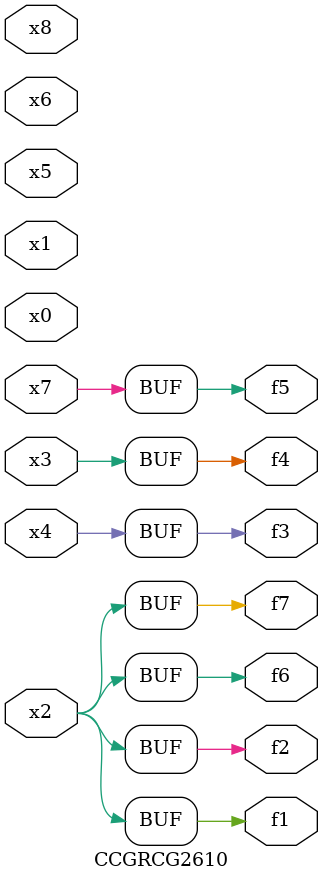
<source format=v>
module CCGRCG2610(
	input x0, x1, x2, x3, x4, x5, x6, x7, x8,
	output f1, f2, f3, f4, f5, f6, f7
);
	assign f1 = x2;
	assign f2 = x2;
	assign f3 = x4;
	assign f4 = x3;
	assign f5 = x7;
	assign f6 = x2;
	assign f7 = x2;
endmodule

</source>
